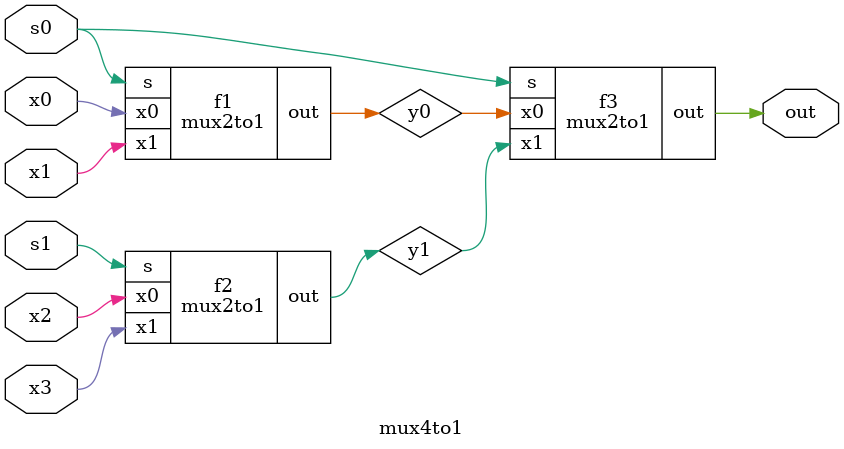
<source format=v>
module mux2to1(out,x0,x1,s);
output out;
input x0,x1,s;

assign
	out=(x0*(~s))|(x1*s);
endmodule

module mux4to1(out,x0,x1,x2,x3,s0,s1);
output out;
input x0,x1,x2,x3,s0,s1;
wire y0,y1;
mux2to1 f1(y0,x0,x1,s0);
mux2to1 f2(y1,x2,x3,s1);
mux2to1 f3(out,y0,y1,s0);
endmodule


</source>
